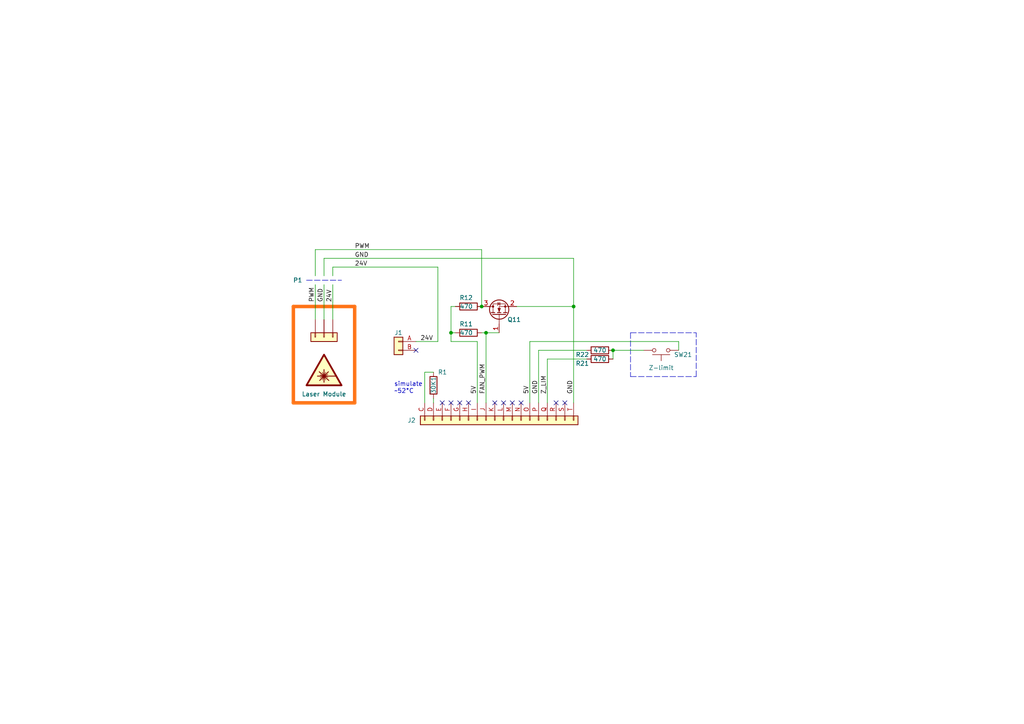
<source format=kicad_sch>
(kicad_sch (version 20211123) (generator eeschema)
  (paper "A4")
  (lib_symbols
    (symbol "Connector_Generic:Conn_01x02" (pin_names (offset 1.016) hide)
      (property "Reference" "J1" (at 2.6907 0.0001 0))
      (symbol "Conn_01x02_1_1"
        (rectangle (start -1.27 -2.413) (end 0 -2.667) (stroke (width 0.1524)))
        (rectangle (start -1.27 0.127) (end 0 -0.127) (stroke (width 0.1524)))
        (rectangle (start -1.27 1.27) (end 1.27 -3.81) (stroke (width 0.254)) (fill (type background)))
        (pin passive line (at -5.08 0 0) (length 3.81) (name "Pin_1") (number "A"))
        (pin passive line (at -5.08 -2.54 0) (length 3.81) (name "Pin_2") (number "B"))
      )
    )
    (symbol "Connector_Generic:Conn_01x03" (pin_numbers hide) (pin_names (offset 1.016) hide)
      (property "Reference" "J" (at 0 5.08 0))
      (property "Value" "Conn_01x03" (at 0 -5.08 0))
      (symbol "Conn_01x03_1_1"
        (rectangle (start -1.27 -2.413) (end 0 -2.667) (stroke (width 0.1524)))
        (rectangle (start -1.27 0.127) (end 0 -0.127) (stroke (width 0.1524)))
        (rectangle (start -1.27 2.667) (end 0 2.413) (stroke (width 0.1524)))
        (rectangle (start -1.27 3.81) (end 1.27 -3.81) (stroke (width 0.254)) (fill (type background)))
        (pin passive line (at -5.08 2.54 0) (length 3.81) (name "Pin_1") (number "1"))
        (pin passive line (at -5.08 0 0) (length 3.81) (name "Pin_2") (number "2"))
        (pin passive line (at -5.08 -2.54 0) (length 3.81) (name "Pin_3") (number "3"))
      )
    )
    (symbol "Connector_Generic:Conn_01x18" (pin_names (offset 1.016) hide)
      (property "Reference" "J2" (at 1.27 -3.81 90))
      (symbol "Conn_01x18_1_1"
        (rectangle (start -1.27 -22.733) (end 0 -22.987) (stroke (width 0.1524)))
        (rectangle (start -1.27 -20.193) (end 0 -20.447) (stroke (width 0.1524)))
        (rectangle (start -1.27 -17.653) (end 0 -17.907) (stroke (width 0.1524)))
        (rectangle (start -1.27 -15.113) (end 0 -15.367) (stroke (width 0.1524)))
        (rectangle (start -1.27 -12.573) (end 0 -12.827) (stroke (width 0.1524)))
        (rectangle (start -1.27 -10.033) (end 0 -10.287) (stroke (width 0.1524)))
        (rectangle (start -1.27 -7.493) (end 0 -7.747) (stroke (width 0.1524)))
        (rectangle (start -1.27 -4.953) (end 0 -5.207) (stroke (width 0.1524)))
        (rectangle (start -1.27 -2.413) (end 0 -2.667) (stroke (width 0.1524)))
        (rectangle (start -1.27 0.127) (end 0 -0.127) (stroke (width 0.1524)))
        (rectangle (start -1.27 2.667) (end 0 2.413) (stroke (width 0.1524)))
        (rectangle (start -1.27 5.207) (end 0 4.953) (stroke (width 0.1524)))
        (rectangle (start -1.27 7.747) (end 0 7.493) (stroke (width 0.1524)))
        (rectangle (start -1.27 10.287) (end 0 10.033) (stroke (width 0.1524)))
        (rectangle (start -1.27 12.827) (end 0 12.573) (stroke (width 0.1524)))
        (rectangle (start -1.27 15.367) (end 0 15.113) (stroke (width 0.1524)))
        (rectangle (start -1.27 17.907) (end 0 17.653) (stroke (width 0.1524)))
        (rectangle (start -1.27 20.447) (end 0 20.193) (stroke (width 0.1524)))
        (rectangle (start -1.27 21.59) (end 1.27 -24.13) (stroke (width 0.254)) (fill (type background)))
        (pin passive line (at -5.08 20.32 0) (length 3.81) (name "Pin_1") (number "C"))
        (pin passive line (at -5.08 17.78 0) (length 3.81) (name "Pin_2") (number "D"))
        (pin passive line (at -5.08 15.24 0) (length 3.81) (name "Pin_3") (number "E"))
        (pin passive line (at -5.08 12.7 0) (length 3.81) (name "Pin_4") (number "F"))
        (pin passive line (at -5.08 10.16 0) (length 3.81) (name "Pin_5") (number "G"))
        (pin passive line (at -5.08 7.62 0) (length 3.81) (name "Pin_6") (number "H"))
        (pin passive line (at -5.08 5.08 0) (length 3.81) (name "Pin_7") (number "I"))
        (pin passive line (at -5.08 2.54 0) (length 3.81) (name "Pin_8") (number "J"))
        (pin passive line (at -5.08 0 0) (length 3.81) (name "Pin_9") (number "K"))
        (pin passive line (at -5.08 -2.54 0) (length 3.81) (name "Pin_10") (number "L"))
        (pin passive line (at -5.08 -5.08 0) (length 3.81) (name "Pin_11") (number "M"))
        (pin passive line (at -5.08 -7.62 0) (length 3.81) (name "Pin_12") (number "N"))
        (pin passive line (at -5.08 -10.16 0) (length 3.81) (name "Pin_13") (number "O"))
        (pin passive line (at -5.08 -12.7 0) (length 3.81) (name "Pin_14") (number "P"))
        (pin passive line (at -5.08 -15.24 0) (length 3.81) (name "Pin_15") (number "Q"))
        (pin passive line (at -5.08 -17.78 0) (length 3.81) (name "Pin_16") (number "R"))
        (pin passive line (at -5.08 -20.32 0) (length 3.81) (name "Pin_17") (number "S"))
        (pin passive line (at -5.08 -22.86 0) (length 3.81) (name "Pin_18") (number "T"))
      )
    )
    (symbol "Device:R" (pin_numbers hide) (pin_names (offset 0))
      (property "Reference" "R" (at 2.032 0 90))
      (property "Value" "R" (at 0 0 90))
      (symbol "R_0_1"
        (rectangle (start -1.016 -2.54) (end 1.016 2.54) (stroke (width 0.254)))
      )
      (symbol "R_1_1"
        (pin passive line (at 0 3.81 270) (length 1.27) (name "~") (number "1"))
        (pin passive line (at 0 -3.81 90) (length 1.27) (name "~") (number "2"))
      )
    )
    (symbol "Graphic:SYM_LASER_Large" (pin_names (offset 1.016) hide)
      (symbol "SYM_LASER_Large_0_1"
        (polyline (pts (xy -1.905 -2.413) (xy 3.556 -2.413)) (stroke (width 0.254)))
        (polyline (pts (xy -1.27 -3.683) (xy 1.27 -1.143)) (stroke (width 0.254)))
        (polyline (pts (xy -1.143 -2.921) (xy 1.143 -1.905)))
        (polyline (pts (xy -1.143 -2.032) (xy 1.143 -2.794)))
        (polyline (pts (xy -0.508 -1.27) (xy 0.508 -3.556)))
        (polyline (pts (xy 0 -4.191) (xy 0 -0.508)) (stroke (width 0.254)))
        (polyline (pts (xy 0.508 -1.27) (xy -0.508 -3.556)))
        (polyline (pts (xy 1.397 -3.683) (xy -1.397 -1.143)) (stroke (width 0.254)))
        (polyline (pts (xy -5.08 -5.08) (xy 5.08 -5.08) (xy 0 3.81) (xy -5.08 -5.08)) (stroke (width 0.508)) (fill (type background)))
      )
    )
    (symbol "Switch:SW_MEC_5G" (pin_numbers hide) (pin_names (offset 1.016) hide)
      (property "Reference" "SW" (at 1.27 2.54 0))
      (property "Value" "SW_MEC_5G" (at 0 -1.524 0))
      (symbol "SW_MEC_5G_0_1"
        (circle (center -2.032 0) (radius 0.508))
        (polyline (pts (xy 0 1.27) (xy 0 3.048)))
        (polyline (pts (xy 2.54 1.27) (xy -2.54 1.27)))
        (circle (center 2.032 0) (radius 0.508))
        (pin passive line (at -5.08 0 0) (length 2.54) (name "A") (number "1"))
        (pin passive line (at 5.08 0 180) (length 2.54) (name "B") (number "3"))
      )
      (symbol "SW_MEC_5G_1_1"
        (pin passive line (at -5.08 0 0) (length 2.54) hide (name "A") (number "2"))
        (pin passive line (at 5.08 0 180) (length 2.54) hide (name "B") (number "4"))
      )
    )
    (symbol "Transistor_FET:2N7002" (pin_names hide)
      (property "Reference" "Q" (at 5.08 1.905 0))
      (property "Value" "2N7002" (at 5.08 0 0))
      (symbol "2N7002_0_1"
        (polyline (pts (xy 0.254 0) (xy -2.54 0)))
        (polyline (pts (xy 0.254 1.905) (xy 0.254 -1.905)) (stroke (width 0.254)))
        (polyline (pts (xy 0.762 -1.27) (xy 0.762 -2.286)) (stroke (width 0.254)))
        (polyline (pts (xy 0.762 0.508) (xy 0.762 -0.508)) (stroke (width 0.254)))
        (polyline (pts (xy 0.762 2.286) (xy 0.762 1.27)) (stroke (width 0.254)))
        (polyline (pts (xy 2.54 2.54) (xy 2.54 1.778)))
        (polyline (pts (xy 2.54 -2.54) (xy 2.54 0) (xy 0.762 0)))
        (polyline (pts (xy 0.762 -1.778) (xy 3.302 -1.778) (xy 3.302 1.778) (xy 0.762 1.778)))
        (polyline (pts (xy 1.016 0) (xy 2.032 0.381) (xy 2.032 -0.381) (xy 1.016 0)) (fill (type outline)))
        (polyline (pts (xy 2.794 0.508) (xy 2.921 0.381) (xy 3.683 0.381) (xy 3.81 0.254)))
        (polyline (pts (xy 3.302 0.381) (xy 2.921 -0.254) (xy 3.683 -0.254) (xy 3.302 0.381)))
        (circle (center 1.651 0) (radius 2.794) (stroke (width 0.254)))
        (circle (center 2.54 -1.778) (radius 0.254) (fill (type outline)))
        (circle (center 2.54 1.778) (radius 0.254) (fill (type outline)))
      )
      (symbol "2N7002_1_1"
        (pin input line (at -5.08 0 0) (length 2.54) (name "G") (number "1"))
        (pin passive line (at 2.54 -5.08 90) (length 2.54) (name "S") (number "2"))
        (pin passive line (at 2.54 5.08 270) (length 2.54) (name "D") (number "3"))
      )
    )
  )
  (junction (at 130.81 96.52))
  (junction (at 139.7 88.9))
  (junction (at 177.8 101.6))
  (junction (at 166.37 88.9))
  (junction (at 140.97 96.52))
  (no_connect (at 151.13 116.84))
  (no_connect (at 161.29 116.84))
  (no_connect (at 148.59 116.84))
  (no_connect (at 163.83 116.84))
  (no_connect (at 128.27 116.84))
  (no_connect (at 130.81 116.84))
  (no_connect (at 120.65 101.6))
  (no_connect (at 146.05 116.84))
  (no_connect (at 133.35 116.84))
  (no_connect (at 135.89 116.84))
  (no_connect (at 143.51 116.84))
  (wire (pts (xy 125.73 115.57) (xy 125.73 116.84)))
  (wire (pts (xy 93.98 80.01) (xy 93.98 74.93)))
  (wire (pts (xy 158.75 116.84) (xy 158.75 104.14)))
  (wire (pts (xy 149.86 88.9) (xy 166.37 88.9)))
  (polyline (pts (xy 201.93 109.22) (xy 201.93 96.52)))
  (wire (pts (xy 196.85 99.06) (xy 196.85 101.6)))
  (polyline (pts (xy 88.9 81.28) (xy 99.06 81.28)))
  (wire (pts (xy 93.98 74.93) (xy 166.37 74.93)))
  (polyline (pts (xy 182.88 96.52) (xy 201.93 96.52)))
  (wire (pts (xy 177.8 101.6) (xy 186.69 101.6)))
  (wire (pts (xy 153.67 99.06) (xy 196.85 99.06)))
  (wire (pts (xy 91.44 80.01) (xy 91.44 72.39)))
  (wire (pts (xy 130.81 99.06) (xy 130.81 96.52)))
  (wire (pts (xy 93.98 92.71) (xy 93.98 82.55)))
  (wire (pts (xy 156.21 101.6) (xy 156.21 116.84)))
  (wire (pts (xy 123.19 107.95) (xy 125.73 107.95)))
  (polyline (pts (xy 85.09 88.9) (xy 85.09 116.84)) (stroke (width 1) (type solid) (color 255 114 22 1)))
  (wire (pts (xy 177.8 104.14) (xy 177.8 101.6)))
  (polyline (pts (xy 102.87 116.84) (xy 102.87 88.9)) (stroke (width 1) (type solid) (color 255 114 22 1)))
  (wire (pts (xy 140.97 96.52) (xy 144.78 96.52)))
  (wire (pts (xy 166.37 88.9) (xy 166.37 116.84)))
  (wire (pts (xy 123.19 116.84) (xy 123.19 107.95)))
  (wire (pts (xy 127 77.47) (xy 127 99.06)))
  (polyline (pts (xy 182.88 109.22) (xy 201.93 109.22)))
  (wire (pts (xy 138.43 99.06) (xy 138.43 116.84)))
  (wire (pts (xy 91.44 92.71) (xy 91.44 82.55)))
  (wire (pts (xy 153.67 116.84) (xy 153.67 99.06)))
  (wire (pts (xy 130.81 88.9) (xy 132.08 88.9)))
  (wire (pts (xy 96.52 92.71) (xy 96.52 82.55)))
  (wire (pts (xy 132.08 96.52) (xy 130.81 96.52)))
  (wire (pts (xy 166.37 74.93) (xy 166.37 88.9)))
  (polyline (pts (xy 102.87 88.9) (xy 85.09 88.9)) (stroke (width 1) (type solid) (color 255 114 22 1)))
  (wire (pts (xy 120.65 99.06) (xy 127 99.06)))
  (wire (pts (xy 158.75 104.14) (xy 170.18 104.14)))
  (wire (pts (xy 91.44 72.39) (xy 139.7 72.39)))
  (wire (pts (xy 130.81 99.06) (xy 138.43 99.06)))
  (polyline (pts (xy 85.09 116.84) (xy 102.87 116.84)) (stroke (width 1) (type solid) (color 255 114 22 1)))
  (wire (pts (xy 139.7 96.52) (xy 140.97 96.52)))
  (polyline (pts (xy 182.88 96.52) (xy 182.88 109.22)))
  (wire (pts (xy 156.21 101.6) (xy 170.18 101.6)))
  (wire (pts (xy 130.81 96.52) (xy 130.81 88.9)))
  (wire (pts (xy 96.52 80.01) (xy 96.52 77.47)))
  (wire (pts (xy 96.52 77.47) (xy 127 77.47)))
  (wire (pts (xy 139.7 72.39) (xy 139.7 88.9)))
  (wire (pts (xy 140.97 96.52) (xy 140.97 116.84)))
  (text "simulate\n~52°C" (at 114.3 114.3 0) (effects (font (size 1.27 1.27)) (justify left bottom)))
  (label "GND" (at 166.37 114.3 90))
  (label "5V" (at 138.43 114.3 90))
  (label "GND" (at 156.21 114.3 90))
  (label "5V" (at 153.67 114.3 90))
  (label "PWM" (at 102.87 72.39 0))
  (label "PWM" (at 91.44 87.63 90))
  (label "FAN_PWM" (at 140.97 114.3 90))
  (label "24V" (at 121.92 99.06 0))
  (label "Z_LIM" (at 158.75 114.3 90))
  (label "24V" (at 102.87 77.47 0))
  (label "24V" (at 96.52 87.63 90))
  (label "GND" (at 102.87 74.93 0))
  (label "GND" (at 93.98 87.63 90))
  (symbol (lib_id "Device:R") (at 135.89 88.9 90) (unit 1)
    (property "Reference" "R12" (at 137.16 86.36 90) (effects (justify left)))
    (property "Value" "470" (at 137.16 88.9 90) (effects (justify left)))
  )
  (symbol (lib_id "Device:R") (at 173.99 104.14 270) (unit 1)
    (property "Reference" "R21" (at 168.91 105.41 90))
    (property "Value" "470" (at 173.99 104.14 90))
  )
  (symbol (lib_id "Device:R") (at 135.89 96.52 90) (unit 1)
    (property "Reference" "R11" (at 137.16 93.98 90) (effects (justify left)))
    (property "Value" "470" (at 137.16 96.52 90) (effects (justify left)))
  )
  (symbol (lib_id "Connector_Generic:Conn_01x18") (at 143.51 121.92 90) (mirror x) (unit 1)
    (property "Reference" "J2" (at 119.38 121.92 90))
    (property "Value" "J2" (effects hide))
  )
  (symbol (lib_id "Device:R") (at 173.99 101.6 270) (unit 1)
    (property "Reference" "R22" (at 168.91 102.87 90))
    (property "Value" "470" (at 173.99 101.6 90))
  )
  (symbol (lib_id "Device:R") (at 125.73 111.76 180) (unit 1)
    (property "Reference" "R1" (at 127 107.95 0) (effects (justify right)))
    (property "Value" "30K1" (at 125.73 114.3 90) (effects (justify right)))
  )
  (symbol (lib_id "Connector_Generic:Conn_01x03") (at 93.98 97.79 90) (mirror x) (unit 1)
    (property "Reference" "P1" (at 86.36 81.28 90))
    (property "Value" "Laser Module" (at 93.98 114.3 90))
  )
  (symbol (lib_id "Switch:SW_MEC_5G") (at 191.77 101.6 180) (unit 1)
    (property "Reference" "SW21" (at 198.12 102.87 0))
    (property "Value" "Z-limit" (at 191.77 106.68 0))
    (property "Datasheet" "http://www.apem.com/int/index.php?controller=attachment&id_attachment=488" (effects hide))
  )
  (symbol (lib_id "Transistor_FET:2N7002") (at 144.78 91.44 90) (unit 1)
    (property "Reference" "Q11" (at 151.13 92.71 90) (effects (justify left)))
    (property "Value" "2N7002" (effects hide))
    (property "Footprint" "Package_TO_SOT_SMD:SOT-23" (effects hide))
    (property "Datasheet" "https://www.onsemi.com/pub/Collateral/NDS7002A-D.PDF" (effects hide))
  )
  (symbol (lib_id "Connector_Generic:Conn_01x02") (at 115.57 99.06 0) (mirror y) (unit 1)
    (property "Reference" "J1" (at 115.57 96.52 0))
    (property "Value" "J1" (effects hide))
  )
  (symbol (lib_id "Graphic:SYM_LASER_Large") (at 93.98 106.68 0) (unit 1)
    (property "Reference" "#SYM?" (effects hide))
    (property "Value" "SYM_LASER_Large" (effects hide))
  )
)
</source>
